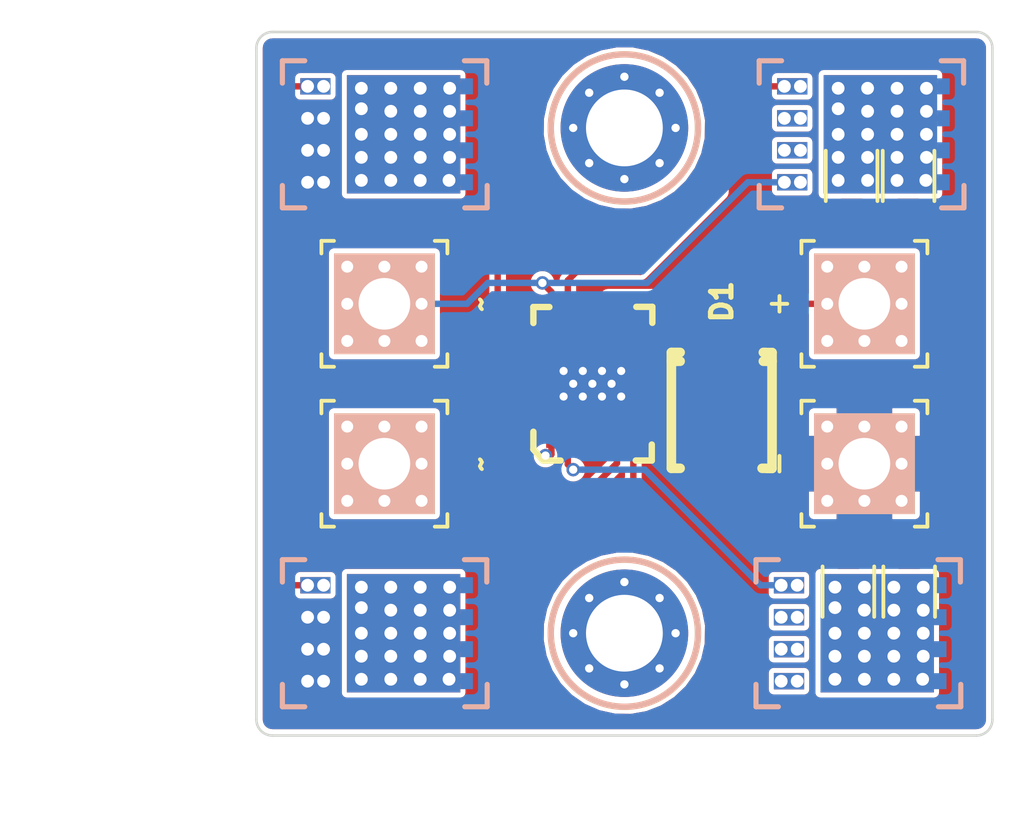
<source format=kicad_pcb>
(kicad_pcb (version 20171130) (host pcbnew "(2018-01-03 revision bf44d394c)-HEAD")
  (layers (0 F.Cu signal) (1 In1.Cu signal) (2 In2.Cu signal) (31 B.Cu signal) (34 B.Paste user) (35 F.Paste user) (36 B.SilkS user) (37 F.SilkS user) (38 B.Mask user) (39 F.Mask user) (44 Edge.Cuts user))
  (net 0 "")
  (net 1 /th_plus)
  (net 2 GND)
  (net 3 /th_ac2)
  (net 4 /th_ac1)
  (net 5 "Net-(U1-Pad3)")
  (net 6 "Net-(U1-Pad4)")
  (net 7 "Net-(U1-Pad8)")
  (net 8 "Net-(U1-Pad10)")
  (net 9 /ctr3)
  (net 10 /ctr1)
  (net 11 /ctr4)
  (net 12 /ctr2)
  (module kbersch:PG-TDSON-8_P (layer B.Cu) (at 93.472 59.944 180)
    (fp_text reference T1 hide)
    (fp_text value BSC028 hide)
    (fp_line (start -3.317346 -2.921) (end -2.428346 -2.921) (layer B.SilkS) (width 0.2032))
    (fp_line (start -3.317346 -2.032) (end -3.317346 -2.921) (layer B.SilkS) (width 0.2032))
    (fp_line (start 4.810654 2.921) (end 3.921654 2.921) (layer B.SilkS) (width 0.2032))
    (fp_line (start 4.810654 2.032) (end 4.810654 2.921) (layer B.SilkS) (width 0.2032))
    (fp_line (start 4.810654 -2.921) (end 4.810654 -2.032) (layer B.SilkS) (width 0.2032))
    (fp_line (start 3.921654 -2.921) (end 4.810654 -2.921) (layer B.SilkS) (width 0.2032))
    (fp_line (start -3.302 2.032) (end -3.302 2.921) (layer B.SilkS) (width 0.2032))
    (fp_line (start -3.302 2.921) (end -2.413 2.921) (layer B.SilkS) (width 0.2032))
    (pad 3 thru_hole circle (at 0.508 -1.8288 180) (size 0.6096 0.6096) (drill 0.508) (layers *.Cu) (net 4 /th_ac1))
    (pad 3 thru_hole circle (at 1.6764 -1.8288 180) (size 0.6096 0.6096) (drill 0.508) (layers *.Cu) (net 4 /th_ac1))
    (pad 3 thru_hole circle (at 1.6764 -0.9144 180) (size 0.6096 0.6096) (drill 0.508) (layers *.Cu) (net 4 /th_ac1))
    (pad 3 thru_hole circle (at 0.508 -0.9144 180) (size 0.6096 0.6096) (drill 0.508) (layers *.Cu) (net 4 /th_ac1))
    (pad 3 thru_hole circle (at -0.6604 -0.9144 180) (size 0.6096 0.6096) (drill 0.508) (layers *.Cu) (net 4 /th_ac1))
    (pad 3 thru_hole circle (at -1.8288 -0.9144 180) (size 0.6096 0.6096) (drill 0.508) (layers *.Cu) (net 4 /th_ac1))
    (pad 3 thru_hole circle (at -1.8288 0 180) (size 0.6096 0.6096) (drill 0.508) (layers *.Cu) (net 4 /th_ac1))
    (pad 3 thru_hole circle (at -0.6604 0 180) (size 0.6096 0.6096) (drill 0.508) (layers *.Cu) (net 4 /th_ac1))
    (pad 3 thru_hole circle (at 1.6764 0 180) (size 0.6096 0.6096) (drill 0.508) (layers *.Cu) (net 4 /th_ac1))
    (pad 3 thru_hole circle (at 0.508 0 180) (size 0.6096 0.6096) (drill 0.508) (layers *.Cu) (net 4 /th_ac1))
    (pad 3 thru_hole circle (at 0.508 0.9144 180) (size 0.6096 0.6096) (drill 0.508) (layers *.Cu) (net 4 /th_ac1))
    (pad 3 thru_hole circle (at -0.6604 0.9144 180) (size 0.6096 0.6096) (drill 0.508) (layers *.Cu) (net 4 /th_ac1))
    (pad 3 thru_hole circle (at -1.8034 -1.8288 180) (size 0.6096 0.6096) (drill 0.508) (layers *.Cu) (net 4 /th_ac1))
    (pad 3 thru_hole circle (at 0.508 1.8288 180) (size 0.6096 0.6096) (drill 0.508) (layers *.Cu) (net 4 /th_ac1))
    (pad 3 thru_hole circle (at 1.6764 1.8288 180) (size 0.6096 0.6096) (drill 0.508) (layers *.Cu) (net 4 /th_ac1))
    (pad 3 thru_hole circle (at 1.6764 1.016 180) (size 0.6096 0.6096) (drill 0.508) (layers *.Cu) (net 4 /th_ac1))
    (pad 3 thru_hole circle (at -0.6604 1.8288 180) (size 0.6096 0.6096) (drill 0.508) (layers *.Cu) (net 4 /th_ac1))
    (pad 3 thru_hole circle (at -1.8288 1.8288 180) (size 0.6096 0.6096) (drill 0.508) (layers *.Cu) (net 4 /th_ac1))
    (pad 3 thru_hole circle (at -1.8288 0.91186 180) (size 0.6096 0.6096) (drill 0.508) (layers *.Cu) (net 4 /th_ac1))
    (pad 3 thru_hole circle (at -0.6604 -1.83134 180) (size 0.6096 0.6096) (drill 0.508) (layers *.Cu) (net 4 /th_ac1))
    (pad 2 thru_hole circle (at 3.81 -1.905 180) (size 0.508 0.508) (drill 0.508) (layers *.Cu) (net 2 GND))
    (pad 2 thru_hole circle (at 3.175 -1.905 180) (size 0.508 0.508) (drill 0.508) (layers *.Cu) (net 2 GND))
    (pad 2 thru_hole circle (at 3.175 -0.635 180) (size 0.508 0.508) (drill 0.508) (layers *.Cu) (net 2 GND))
    (pad 2 thru_hole circle (at 3.81 -0.635 180) (size 0.508 0.508) (drill 0.508) (layers *.Cu) (net 2 GND))
    (pad 2 thru_hole circle (at 3.81 0.635 180) (size 0.508 0.508) (drill 0.508) (layers *.Cu) (net 2 GND))
    (pad 2 thru_hole circle (at 3.175 0.635 180) (size 0.508 0.508) (drill 0.508) (layers *.Cu) (net 2 GND))
    (pad 1 thru_hole circle (at 3.81 1.905 180) (size 0.508 0.508) (drill 0.508) (layers *.Cu) (net 9 /ctr3))
    (pad 1 thru_hole circle (at 3.175 1.905 180) (size 0.508 0.508) (drill 0.508) (layers *.Cu) (net 9 /ctr3))
    (pad 3 smd rect (at 0 0 90) (size 4.7 4.5) (layers F.Cu F.Mask) (net 4 /th_ac1))
    (pad 3 smd rect (at -2.5 -1.905) (size 0.5 0.635) (layers B.Cu B.Paste B.Mask) (net 4 /th_ac1))
    (pad 3 smd rect (at -2.5 -0.635) (size 0.5 0.635) (layers B.Cu B.Paste B.Mask) (net 4 /th_ac1))
    (pad 3 smd rect (at -2.5 0.635) (size 0.5 0.635) (layers B.Cu B.Paste B.Mask) (net 4 /th_ac1))
    (pad 3 smd rect (at -2.5 1.905) (size 0.5 0.635) (layers B.Cu B.Paste B.Mask) (net 4 /th_ac1))
    (pad 3 smd rect (at 0 0 90) (size 4.7 4.5) (layers B.Cu B.Paste B.Mask) (net 4 /th_ac1))
    (pad 1 smd rect (at 3.5 1.905 180) (size 1.2 0.65) (layers B.Cu B.Paste B.Mask) (net 9 /ctr3))
    (pad 2 smd rect (at 3.5 0.635 180) (size 1.2 0.65) (layers B.Cu B.Paste B.Mask) (net 2 GND))
    (pad 2 smd rect (at 3.5 -0.635 180) (size 1.2 0.65) (layers B.Cu B.Paste B.Mask) (net 2 GND))
    (pad 2 smd rect (at 3.5 -1.905 180) (size 1.2 0.65) (layers B.Cu B.Paste B.Mask) (net 2 GND))
    (pad 1 smd rect (at 3.5 1.905 180) (size 1.2 0.65) (layers F.Cu F.Mask) (net 9 /ctr3))
    (pad 2 smd rect (at 3.5 0.635 180) (size 1.2 0.65) (layers F.Cu F.Mask) (net 2 GND))
    (pad 2 smd rect (at 3.5 -0.635 180) (size 1.2 0.65) (layers F.Cu F.Mask) (net 2 GND))
    (pad 2 smd rect (at 3.5 -1.905 180) (size 1.2 0.65) (layers F.Cu F.Mask) (net 2 GND))
  )
  (module kbersch:PG-TDSON-8_P (layer B.Cu) (at 112.395 59.944 180)
    (fp_text reference T2 hide)
    (fp_text value BSC028 hide)
    (fp_line (start -3.317346 -2.921) (end -2.428346 -2.921) (layer B.SilkS) (width 0.2032))
    (fp_line (start -3.317346 -2.032) (end -3.317346 -2.921) (layer B.SilkS) (width 0.2032))
    (fp_line (start 4.810654 2.921) (end 3.921654 2.921) (layer B.SilkS) (width 0.2032))
    (fp_line (start 4.810654 2.032) (end 4.810654 2.921) (layer B.SilkS) (width 0.2032))
    (fp_line (start 4.810654 -2.921) (end 4.810654 -2.032) (layer B.SilkS) (width 0.2032))
    (fp_line (start 3.921654 -2.921) (end 4.810654 -2.921) (layer B.SilkS) (width 0.2032))
    (fp_line (start -3.302 2.032) (end -3.302 2.921) (layer B.SilkS) (width 0.2032))
    (fp_line (start -3.302 2.921) (end -2.413 2.921) (layer B.SilkS) (width 0.2032))
    (pad 3 thru_hole circle (at 0.508 -1.8288 180) (size 0.6096 0.6096) (drill 0.508) (layers *.Cu) (net 1 /th_plus))
    (pad 3 thru_hole circle (at 1.6764 -1.8288 180) (size 0.6096 0.6096) (drill 0.508) (layers *.Cu) (net 1 /th_plus))
    (pad 3 thru_hole circle (at 1.6764 -0.9144 180) (size 0.6096 0.6096) (drill 0.508) (layers *.Cu) (net 1 /th_plus))
    (pad 3 thru_hole circle (at 0.508 -0.9144 180) (size 0.6096 0.6096) (drill 0.508) (layers *.Cu) (net 1 /th_plus))
    (pad 3 thru_hole circle (at -0.6604 -0.9144 180) (size 0.6096 0.6096) (drill 0.508) (layers *.Cu) (net 1 /th_plus))
    (pad 3 thru_hole circle (at -1.8288 -0.9144 180) (size 0.6096 0.6096) (drill 0.508) (layers *.Cu) (net 1 /th_plus))
    (pad 3 thru_hole circle (at -1.8288 0 180) (size 0.6096 0.6096) (drill 0.508) (layers *.Cu) (net 1 /th_plus))
    (pad 3 thru_hole circle (at -0.6604 0 180) (size 0.6096 0.6096) (drill 0.508) (layers *.Cu) (net 1 /th_plus))
    (pad 3 thru_hole circle (at 1.6764 0 180) (size 0.6096 0.6096) (drill 0.508) (layers *.Cu) (net 1 /th_plus))
    (pad 3 thru_hole circle (at 0.508 0 180) (size 0.6096 0.6096) (drill 0.508) (layers *.Cu) (net 1 /th_plus))
    (pad 3 thru_hole circle (at 0.508 0.9144 180) (size 0.6096 0.6096) (drill 0.508) (layers *.Cu) (net 1 /th_plus))
    (pad 3 thru_hole circle (at -0.6604 0.9144 180) (size 0.6096 0.6096) (drill 0.508) (layers *.Cu) (net 1 /th_plus))
    (pad 3 thru_hole circle (at -1.8034 -1.8288 180) (size 0.6096 0.6096) (drill 0.508) (layers *.Cu) (net 1 /th_plus))
    (pad 3 thru_hole circle (at 0.508 1.8288 180) (size 0.6096 0.6096) (drill 0.508) (layers *.Cu) (net 1 /th_plus))
    (pad 3 thru_hole circle (at 1.6764 1.8288 180) (size 0.6096 0.6096) (drill 0.508) (layers *.Cu) (net 1 /th_plus))
    (pad 3 thru_hole circle (at 1.6764 1.016 180) (size 0.6096 0.6096) (drill 0.508) (layers *.Cu) (net 1 /th_plus))
    (pad 3 thru_hole circle (at -0.6604 1.8288 180) (size 0.6096 0.6096) (drill 0.508) (layers *.Cu) (net 1 /th_plus))
    (pad 3 thru_hole circle (at -1.8288 1.8288 180) (size 0.6096 0.6096) (drill 0.508) (layers *.Cu) (net 1 /th_plus))
    (pad 3 thru_hole circle (at -1.8288 0.91186 180) (size 0.6096 0.6096) (drill 0.508) (layers *.Cu) (net 1 /th_plus))
    (pad 3 thru_hole circle (at -0.6604 -1.83134 180) (size 0.6096 0.6096) (drill 0.508) (layers *.Cu) (net 1 /th_plus))
    (pad 2 thru_hole circle (at 3.81 -1.905 180) (size 0.508 0.508) (drill 0.508) (layers *.Cu) (net 4 /th_ac1))
    (pad 2 thru_hole circle (at 3.175 -1.905 180) (size 0.508 0.508) (drill 0.508) (layers *.Cu) (net 4 /th_ac1))
    (pad 2 thru_hole circle (at 3.175 -0.635 180) (size 0.508 0.508) (drill 0.508) (layers *.Cu) (net 4 /th_ac1))
    (pad 2 thru_hole circle (at 3.81 -0.635 180) (size 0.508 0.508) (drill 0.508) (layers *.Cu) (net 4 /th_ac1))
    (pad 2 thru_hole circle (at 3.81 0.635 180) (size 0.508 0.508) (drill 0.508) (layers *.Cu) (net 4 /th_ac1))
    (pad 2 thru_hole circle (at 3.175 0.635 180) (size 0.508 0.508) (drill 0.508) (layers *.Cu) (net 4 /th_ac1))
    (pad 1 thru_hole circle (at 3.81 1.905 180) (size 0.508 0.508) (drill 0.508) (layers *.Cu) (net 10 /ctr1))
    (pad 1 thru_hole circle (at 3.175 1.905 180) (size 0.508 0.508) (drill 0.508) (layers *.Cu) (net 10 /ctr1))
    (pad 3 smd rect (at 0 0 90) (size 4.7 4.5) (layers F.Cu F.Mask) (net 1 /th_plus))
    (pad 3 smd rect (at -2.5 -1.905) (size 0.5 0.635) (layers B.Cu B.Paste B.Mask) (net 1 /th_plus))
    (pad 3 smd rect (at -2.5 -0.635) (size 0.5 0.635) (layers B.Cu B.Paste B.Mask) (net 1 /th_plus))
    (pad 3 smd rect (at -2.5 0.635) (size 0.5 0.635) (layers B.Cu B.Paste B.Mask) (net 1 /th_plus))
    (pad 3 smd rect (at -2.5 1.905) (size 0.5 0.635) (layers B.Cu B.Paste B.Mask) (net 1 /th_plus))
    (pad 3 smd rect (at 0 0 90) (size 4.7 4.5) (layers B.Cu B.Paste B.Mask) (net 1 /th_plus))
    (pad 1 smd rect (at 3.5 1.905 180) (size 1.2 0.65) (layers B.Cu B.Paste B.Mask) (net 10 /ctr1))
    (pad 2 smd rect (at 3.5 0.635 180) (size 1.2 0.65) (layers B.Cu B.Paste B.Mask) (net 4 /th_ac1))
    (pad 2 smd rect (at 3.5 -0.635 180) (size 1.2 0.65) (layers B.Cu B.Paste B.Mask) (net 4 /th_ac1))
    (pad 2 smd rect (at 3.5 -1.905 180) (size 1.2 0.65) (layers B.Cu B.Paste B.Mask) (net 4 /th_ac1))
    (pad 1 smd rect (at 3.5 1.905 180) (size 1.2 0.65) (layers F.Cu F.Mask) (net 10 /ctr1))
    (pad 2 smd rect (at 3.5 0.635 180) (size 1.2 0.65) (layers F.Cu F.Mask) (net 4 /th_ac1))
    (pad 2 smd rect (at 3.5 -0.635 180) (size 1.2 0.65) (layers F.Cu F.Mask) (net 4 /th_ac1))
    (pad 2 smd rect (at 3.5 -1.905 180) (size 1.2 0.65) (layers F.Cu F.Mask) (net 4 /th_ac1))
  )
  (module kbersch:PG-TDSON-8_P (layer B.Cu) (at 93.472 79.756 180)
    (fp_text reference T3 hide)
    (fp_text value BSC028 hide)
    (fp_line (start -3.317346 -2.921) (end -2.428346 -2.921) (layer B.SilkS) (width 0.2032))
    (fp_line (start -3.317346 -2.032) (end -3.317346 -2.921) (layer B.SilkS) (width 0.2032))
    (fp_line (start 4.810654 2.921) (end 3.921654 2.921) (layer B.SilkS) (width 0.2032))
    (fp_line (start 4.810654 2.032) (end 4.810654 2.921) (layer B.SilkS) (width 0.2032))
    (fp_line (start 4.810654 -2.921) (end 4.810654 -2.032) (layer B.SilkS) (width 0.2032))
    (fp_line (start 3.921654 -2.921) (end 4.810654 -2.921) (layer B.SilkS) (width 0.2032))
    (fp_line (start -3.302 2.032) (end -3.302 2.921) (layer B.SilkS) (width 0.2032))
    (fp_line (start -3.302 2.921) (end -2.413 2.921) (layer B.SilkS) (width 0.2032))
    (pad 3 thru_hole circle (at 0.508 -1.8288 180) (size 0.6096 0.6096) (drill 0.508) (layers *.Cu) (net 3 /th_ac2))
    (pad 3 thru_hole circle (at 1.6764 -1.8288 180) (size 0.6096 0.6096) (drill 0.508) (layers *.Cu) (net 3 /th_ac2))
    (pad 3 thru_hole circle (at 1.6764 -0.9144 180) (size 0.6096 0.6096) (drill 0.508) (layers *.Cu) (net 3 /th_ac2))
    (pad 3 thru_hole circle (at 0.508 -0.9144 180) (size 0.6096 0.6096) (drill 0.508) (layers *.Cu) (net 3 /th_ac2))
    (pad 3 thru_hole circle (at -0.6604 -0.9144 180) (size 0.6096 0.6096) (drill 0.508) (layers *.Cu) (net 3 /th_ac2))
    (pad 3 thru_hole circle (at -1.8288 -0.9144 180) (size 0.6096 0.6096) (drill 0.508) (layers *.Cu) (net 3 /th_ac2))
    (pad 3 thru_hole circle (at -1.8288 0 180) (size 0.6096 0.6096) (drill 0.508) (layers *.Cu) (net 3 /th_ac2))
    (pad 3 thru_hole circle (at -0.6604 0 180) (size 0.6096 0.6096) (drill 0.508) (layers *.Cu) (net 3 /th_ac2))
    (pad 3 thru_hole circle (at 1.6764 0 180) (size 0.6096 0.6096) (drill 0.508) (layers *.Cu) (net 3 /th_ac2))
    (pad 3 thru_hole circle (at 0.508 0 180) (size 0.6096 0.6096) (drill 0.508) (layers *.Cu) (net 3 /th_ac2))
    (pad 3 thru_hole circle (at 0.508 0.9144 180) (size 0.6096 0.6096) (drill 0.508) (layers *.Cu) (net 3 /th_ac2))
    (pad 3 thru_hole circle (at -0.6604 0.9144 180) (size 0.6096 0.6096) (drill 0.508) (layers *.Cu) (net 3 /th_ac2))
    (pad 3 thru_hole circle (at -1.8034 -1.8288 180) (size 0.6096 0.6096) (drill 0.508) (layers *.Cu) (net 3 /th_ac2))
    (pad 3 thru_hole circle (at 0.508 1.8288 180) (size 0.6096 0.6096) (drill 0.508) (layers *.Cu) (net 3 /th_ac2))
    (pad 3 thru_hole circle (at 1.6764 1.8288 180) (size 0.6096 0.6096) (drill 0.508) (layers *.Cu) (net 3 /th_ac2))
    (pad 3 thru_hole circle (at 1.6764 1.016 180) (size 0.6096 0.6096) (drill 0.508) (layers *.Cu) (net 3 /th_ac2))
    (pad 3 thru_hole circle (at -0.6604 1.8288 180) (size 0.6096 0.6096) (drill 0.508) (layers *.Cu) (net 3 /th_ac2))
    (pad 3 thru_hole circle (at -1.8288 1.8288 180) (size 0.6096 0.6096) (drill 0.508) (layers *.Cu) (net 3 /th_ac2))
    (pad 3 thru_hole circle (at -1.8288 0.91186 180) (size 0.6096 0.6096) (drill 0.508) (layers *.Cu) (net 3 /th_ac2))
    (pad 3 thru_hole circle (at -0.6604 -1.83134 180) (size 0.6096 0.6096) (drill 0.508) (layers *.Cu) (net 3 /th_ac2))
    (pad 2 thru_hole circle (at 3.81 -1.905 180) (size 0.508 0.508) (drill 0.508) (layers *.Cu) (net 2 GND))
    (pad 2 thru_hole circle (at 3.175 -1.905 180) (size 0.508 0.508) (drill 0.508) (layers *.Cu) (net 2 GND))
    (pad 2 thru_hole circle (at 3.175 -0.635 180) (size 0.508 0.508) (drill 0.508) (layers *.Cu) (net 2 GND))
    (pad 2 thru_hole circle (at 3.81 -0.635 180) (size 0.508 0.508) (drill 0.508) (layers *.Cu) (net 2 GND))
    (pad 2 thru_hole circle (at 3.81 0.635 180) (size 0.508 0.508) (drill 0.508) (layers *.Cu) (net 2 GND))
    (pad 2 thru_hole circle (at 3.175 0.635 180) (size 0.508 0.508) (drill 0.508) (layers *.Cu) (net 2 GND))
    (pad 1 thru_hole circle (at 3.81 1.905 180) (size 0.508 0.508) (drill 0.508) (layers *.Cu) (net 11 /ctr4))
    (pad 1 thru_hole circle (at 3.175 1.905 180) (size 0.508 0.508) (drill 0.508) (layers *.Cu) (net 11 /ctr4))
    (pad 3 smd rect (at 0 0 90) (size 4.7 4.5) (layers F.Cu F.Mask) (net 3 /th_ac2))
    (pad 3 smd rect (at -2.5 -1.905) (size 0.5 0.635) (layers B.Cu B.Paste B.Mask) (net 3 /th_ac2))
    (pad 3 smd rect (at -2.5 -0.635) (size 0.5 0.635) (layers B.Cu B.Paste B.Mask) (net 3 /th_ac2))
    (pad 3 smd rect (at -2.5 0.635) (size 0.5 0.635) (layers B.Cu B.Paste B.Mask) (net 3 /th_ac2))
    (pad 3 smd rect (at -2.5 1.905) (size 0.5 0.635) (layers B.Cu B.Paste B.Mask) (net 3 /th_ac2))
    (pad 3 smd rect (at 0 0 90) (size 4.7 4.5) (layers B.Cu B.Paste B.Mask) (net 3 /th_ac2))
    (pad 1 smd rect (at 3.5 1.905 180) (size 1.2 0.65) (layers B.Cu B.Paste B.Mask) (net 11 /ctr4))
    (pad 2 smd rect (at 3.5 0.635 180) (size 1.2 0.65) (layers B.Cu B.Paste B.Mask) (net 2 GND))
    (pad 2 smd rect (at 3.5 -0.635 180) (size 1.2 0.65) (layers B.Cu B.Paste B.Mask) (net 2 GND))
    (pad 2 smd rect (at 3.5 -1.905 180) (size 1.2 0.65) (layers B.Cu B.Paste B.Mask) (net 2 GND))
    (pad 1 smd rect (at 3.5 1.905 180) (size 1.2 0.65) (layers F.Cu F.Mask) (net 11 /ctr4))
    (pad 2 smd rect (at 3.5 0.635 180) (size 1.2 0.65) (layers F.Cu F.Mask) (net 2 GND))
    (pad 2 smd rect (at 3.5 -0.635 180) (size 1.2 0.65) (layers F.Cu F.Mask) (net 2 GND))
    (pad 2 smd rect (at 3.5 -1.905 180) (size 1.2 0.65) (layers F.Cu F.Mask) (net 2 GND))
  )
  (module kbersch:PG-TDSON-8_P (layer B.Cu) (at 112.268 79.756 180)
    (fp_text reference T4 hide)
    (fp_text value BSC028 hide)
    (fp_line (start -3.317346 -2.921) (end -2.428346 -2.921) (layer B.SilkS) (width 0.2032))
    (fp_line (start -3.317346 -2.032) (end -3.317346 -2.921) (layer B.SilkS) (width 0.2032))
    (fp_line (start 4.810654 2.921) (end 3.921654 2.921) (layer B.SilkS) (width 0.2032))
    (fp_line (start 4.810654 2.032) (end 4.810654 2.921) (layer B.SilkS) (width 0.2032))
    (fp_line (start 4.810654 -2.921) (end 4.810654 -2.032) (layer B.SilkS) (width 0.2032))
    (fp_line (start 3.921654 -2.921) (end 4.810654 -2.921) (layer B.SilkS) (width 0.2032))
    (fp_line (start -3.302 2.032) (end -3.302 2.921) (layer B.SilkS) (width 0.2032))
    (fp_line (start -3.302 2.921) (end -2.413 2.921) (layer B.SilkS) (width 0.2032))
    (pad 3 thru_hole circle (at 0.508 -1.8288 180) (size 0.6096 0.6096) (drill 0.508) (layers *.Cu) (net 1 /th_plus))
    (pad 3 thru_hole circle (at 1.6764 -1.8288 180) (size 0.6096 0.6096) (drill 0.508) (layers *.Cu) (net 1 /th_plus))
    (pad 3 thru_hole circle (at 1.6764 -0.9144 180) (size 0.6096 0.6096) (drill 0.508) (layers *.Cu) (net 1 /th_plus))
    (pad 3 thru_hole circle (at 0.508 -0.9144 180) (size 0.6096 0.6096) (drill 0.508) (layers *.Cu) (net 1 /th_plus))
    (pad 3 thru_hole circle (at -0.6604 -0.9144 180) (size 0.6096 0.6096) (drill 0.508) (layers *.Cu) (net 1 /th_plus))
    (pad 3 thru_hole circle (at -1.8288 -0.9144 180) (size 0.6096 0.6096) (drill 0.508) (layers *.Cu) (net 1 /th_plus))
    (pad 3 thru_hole circle (at -1.8288 0 180) (size 0.6096 0.6096) (drill 0.508) (layers *.Cu) (net 1 /th_plus))
    (pad 3 thru_hole circle (at -0.6604 0 180) (size 0.6096 0.6096) (drill 0.508) (layers *.Cu) (net 1 /th_plus))
    (pad 3 thru_hole circle (at 1.6764 0 180) (size 0.6096 0.6096) (drill 0.508) (layers *.Cu) (net 1 /th_plus))
    (pad 3 thru_hole circle (at 0.508 0 180) (size 0.6096 0.6096) (drill 0.508) (layers *.Cu) (net 1 /th_plus))
    (pad 3 thru_hole circle (at 0.508 0.9144 180) (size 0.6096 0.6096) (drill 0.508) (layers *.Cu) (net 1 /th_plus))
    (pad 3 thru_hole circle (at -0.6604 0.9144 180) (size 0.6096 0.6096) (drill 0.508) (layers *.Cu) (net 1 /th_plus))
    (pad 3 thru_hole circle (at -1.8034 -1.8288 180) (size 0.6096 0.6096) (drill 0.508) (layers *.Cu) (net 1 /th_plus))
    (pad 3 thru_hole circle (at 0.508 1.8288 180) (size 0.6096 0.6096) (drill 0.508) (layers *.Cu) (net 1 /th_plus))
    (pad 3 thru_hole circle (at 1.6764 1.8288 180) (size 0.6096 0.6096) (drill 0.508) (layers *.Cu) (net 1 /th_plus))
    (pad 3 thru_hole circle (at 1.6764 1.016 180) (size 0.6096 0.6096) (drill 0.508) (layers *.Cu) (net 1 /th_plus))
    (pad 3 thru_hole circle (at -0.6604 1.8288 180) (size 0.6096 0.6096) (drill 0.508) (layers *.Cu) (net 1 /th_plus))
    (pad 3 thru_hole circle (at -1.8288 1.8288 180) (size 0.6096 0.6096) (drill 0.508) (layers *.Cu) (net 1 /th_plus))
    (pad 3 thru_hole circle (at -1.8288 0.91186 180) (size 0.6096 0.6096) (drill 0.508) (layers *.Cu) (net 1 /th_plus))
    (pad 3 thru_hole circle (at -0.6604 -1.83134 180) (size 0.6096 0.6096) (drill 0.508) (layers *.Cu) (net 1 /th_plus))
    (pad 2 thru_hole circle (at 3.81 -1.905 180) (size 0.508 0.508) (drill 0.508) (layers *.Cu) (net 3 /th_ac2))
    (pad 2 thru_hole circle (at 3.175 -1.905 180) (size 0.508 0.508) (drill 0.508) (layers *.Cu) (net 3 /th_ac2))
    (pad 2 thru_hole circle (at 3.175 -0.635 180) (size 0.508 0.508) (drill 0.508) (layers *.Cu) (net 3 /th_ac2))
    (pad 2 thru_hole circle (at 3.81 -0.635 180) (size 0.508 0.508) (drill 0.508) (layers *.Cu) (net 3 /th_ac2))
    (pad 2 thru_hole circle (at 3.81 0.635 180) (size 0.508 0.508) (drill 0.508) (layers *.Cu) (net 3 /th_ac2))
    (pad 2 thru_hole circle (at 3.175 0.635 180) (size 0.508 0.508) (drill 0.508) (layers *.Cu) (net 3 /th_ac2))
    (pad 1 thru_hole circle (at 3.81 1.905 180) (size 0.508 0.508) (drill 0.508) (layers *.Cu) (net 12 /ctr2))
    (pad 1 thru_hole circle (at 3.175 1.905 180) (size 0.508 0.508) (drill 0.508) (layers *.Cu) (net 12 /ctr2))
    (pad 3 smd rect (at 0 0 90) (size 4.7 4.5) (layers F.Cu F.Mask) (net 1 /th_plus))
    (pad 3 smd rect (at -2.5 -1.905) (size 0.5 0.635) (layers B.Cu B.Paste B.Mask) (net 1 /th_plus))
    (pad 3 smd rect (at -2.5 -0.635) (size 0.5 0.635) (layers B.Cu B.Paste B.Mask) (net 1 /th_plus))
    (pad 3 smd rect (at -2.5 0.635) (size 0.5 0.635) (layers B.Cu B.Paste B.Mask) (net 1 /th_plus))
    (pad 3 smd rect (at -2.5 1.905) (size 0.5 0.635) (layers B.Cu B.Paste B.Mask) (net 1 /th_plus))
    (pad 3 smd rect (at 0 0 90) (size 4.7 4.5) (layers B.Cu B.Paste B.Mask) (net 1 /th_plus))
    (pad 1 smd rect (at 3.5 1.905 180) (size 1.2 0.65) (layers B.Cu B.Paste B.Mask) (net 12 /ctr2))
    (pad 2 smd rect (at 3.5 0.635 180) (size 1.2 0.65) (layers B.Cu B.Paste B.Mask) (net 3 /th_ac2))
    (pad 2 smd rect (at 3.5 -0.635 180) (size 1.2 0.65) (layers B.Cu B.Paste B.Mask) (net 3 /th_ac2))
    (pad 2 smd rect (at 3.5 -1.905 180) (size 1.2 0.65) (layers B.Cu B.Paste B.Mask) (net 3 /th_ac2))
    (pad 1 smd rect (at 3.5 1.905 180) (size 1.2 0.65) (layers F.Cu F.Mask) (net 12 /ctr2))
    (pad 2 smd rect (at 3.5 0.635 180) (size 1.2 0.65) (layers F.Cu F.Mask) (net 3 /th_ac2))
    (pad 2 smd rect (at 3.5 -0.635 180) (size 1.2 0.65) (layers F.Cu F.Mask) (net 3 /th_ac2))
    (pad 2 smd rect (at 3.5 -1.905 180) (size 1.2 0.65) (layers F.Cu F.Mask) (net 3 /th_ac2))
  )
  (module kbersch:1pin-my (layer F.Cu) (at 102.235 79.756)
    (fp_text reference P14 hide)
    (fp_text value CONN_01X01 hide)
    (fp_circle (center 0 0) (end -0.127 -2.921) (layer F.SilkS) (width 0.254))
    (fp_circle (center 0 0) (end 0 -2.921) (layer B.SilkS) (width 0.254))
    (pad 1 thru_hole circle (at 1.397 1.397) (size 0.99822 0.99822) (drill 0.3302) (layers *.Cu))
    (pad 1 thru_hole circle (at -1.397 1.397) (size 0.99822 0.99822) (drill 0.3302) (layers *.Cu))
    (pad 1 thru_hole circle (at -1.397 -1.397) (size 0.99822 0.99822) (drill 0.3302) (layers *.Cu))
    (pad 1 thru_hole circle (at 1.397 -1.397) (size 0.99822 0.99822) (drill 0.3302) (layers *.Cu))
    (pad 1 thru_hole circle (at 0 2.032) (size 0.499872 0.499872) (drill 0.3302) (layers *.Cu))
    (pad 1 thru_hole circle (at -2.032 0) (size 0.499872 0.499872) (drill 0.3302) (layers *.Cu))
    (pad 1 thru_hole circle (at 0 -2.032) (size 0.499872 0.499872) (drill 0.3302) (layers *.Cu))
    (pad 1 thru_hole circle (at 2.032 0) (size 0.499872 0.499872) (drill 0.3302) (layers *.Cu))
    (pad 1 thru_hole circle (at 0 0) (size 5.064 5.064) (drill 3.048) (layers *.Cu *.Mask))
  )
  (module kbersch:1pin-my (layer F.Cu) (at 102.235 59.69)
    (fp_text reference P11 hide)
    (fp_text value CONN_01X01 hide)
    (fp_circle (center 0 0) (end -0.127 -2.921) (layer F.SilkS) (width 0.254))
    (fp_circle (center 0 0) (end 0 -2.921) (layer B.SilkS) (width 0.254))
    (pad 1 thru_hole circle (at 1.397 1.397) (size 0.99822 0.99822) (drill 0.3302) (layers *.Cu))
    (pad 1 thru_hole circle (at -1.397 1.397) (size 0.99822 0.99822) (drill 0.3302) (layers *.Cu))
    (pad 1 thru_hole circle (at -1.397 -1.397) (size 0.99822 0.99822) (drill 0.3302) (layers *.Cu))
    (pad 1 thru_hole circle (at 1.397 -1.397) (size 0.99822 0.99822) (drill 0.3302) (layers *.Cu))
    (pad 1 thru_hole circle (at 0 2.032) (size 0.499872 0.499872) (drill 0.3302) (layers *.Cu))
    (pad 1 thru_hole circle (at -2.032 0) (size 0.499872 0.499872) (drill 0.3302) (layers *.Cu))
    (pad 1 thru_hole circle (at 0 -2.032) (size 0.499872 0.499872) (drill 0.3302) (layers *.Cu))
    (pad 1 thru_hole circle (at 2.032 0) (size 0.499872 0.499872) (drill 0.3302) (layers *.Cu))
    (pad 1 thru_hole circle (at 0 0) (size 5.064 5.064) (drill 3.048) (layers *.Cu *.Mask))
  )
  (module kbersch:C1206 (layer F.Cu) (at 113.538 78.105 90)
    (fp_text reference C1 hide)
    (fp_text value 2.2µ hide)
    (fp_line (start 1 -1.025) (end -1 -1.025) (layer F.SilkS) (width 0.15))
    (fp_line (start -1 1.025) (end 1 1.025) (layer F.SilkS) (width 0.15))
    (pad 2 smd rect (at 1.5 0 90) (size 1 1.6) (layers F.Cu F.Paste F.Mask) (net 2 GND))
    (pad 1 smd rect (at -1.5 0 90) (size 1 1.6) (layers F.Cu F.Paste F.Mask) (net 1 /th_plus))
  )
  (module kbersch:C1206 (layer F.Cu) (at 111.252 61.595 270)
    (fp_text reference C3 hide)
    (fp_text value 2.2µ hide)
    (fp_line (start 1 -1.025) (end -1 -1.025) (layer F.SilkS) (width 0.15))
    (fp_line (start -1 1.025) (end 1 1.025) (layer F.SilkS) (width 0.15))
    (pad 2 smd rect (at 1.5 0 270) (size 1 1.6) (layers F.Cu F.Paste F.Mask) (net 2 GND))
    (pad 1 smd rect (at -1.5 0 270) (size 1 1.6) (layers F.Cu F.Paste F.Mask) (net 1 /th_plus))
  )
  (module kbersch:C1206 (layer F.Cu) (at 111.125 78.105 90)
    (fp_text reference C2 hide)
    (fp_text value 2.2µ hide)
    (fp_line (start 1 -1.025) (end -1 -1.025) (layer F.SilkS) (width 0.15))
    (fp_line (start -1 1.025) (end 1 1.025) (layer F.SilkS) (width 0.15))
    (pad 2 smd rect (at 1.5 0 90) (size 1 1.6) (layers F.Cu F.Paste F.Mask) (net 2 GND))
    (pad 1 smd rect (at -1.5 0 90) (size 1 1.6) (layers F.Cu F.Paste F.Mask) (net 1 /th_plus))
  )
  (module kbersch:MSE-12 (layer F.Cu) (at 100.965 69.85)
    (fp_text reference U1 hide)
    (fp_text value LT4320 hide)
    (fp_line (start -2.342 -3.048) (end -2.342 -2.413) (layer F.SilkS) (width 0.254))
    (fp_line (start -1.707 -3.048) (end -2.342 -3.048) (layer F.SilkS) (width 0.254))
    (fp_line (start -2.342 1.905) (end -2.342 2.6035) (layer F.SilkS) (width 0.254))
    (fp_line (start -1.961 3.048) (end -1.2625 3.048) (layer F.SilkS) (width 0.254))
    (fp_line (start 2.357 3.048) (end 2.357 2.413) (layer F.SilkS) (width 0.254))
    (fp_line (start 1.722 3.048) (end 2.357 3.048) (layer F.SilkS) (width 0.254))
    (fp_line (start 2.378864 -2.41937) (end 2.378864 -3.05437) (layer F.SilkS) (width 0.254))
    (fp_line (start 2.378864 -3.05437) (end 1.743864 -3.05437) (layer F.SilkS) (width 0.254))
    (fp_line (start -2.342 2.6035) (end -1.961 3.048) (layer F.SilkS) (width 0.254))
    (pad 7 smd rect (at 0 0 90) (size 1.651 2.845) (layers B.Cu B.Mask) (net 2 GND))
    (pad 7 thru_hole circle (at 1.143 -0.508) (size 0.3302 0.3302) (drill 0.32258) (layers *.Cu) (net 2 GND))
    (pad 7 thru_hole circle (at 1.143 0.508) (size 0.3302 0.3302) (drill 0.32258) (layers *.Cu) (net 2 GND))
    (pad 7 thru_hole circle (at 0.381 -0.508) (size 0.3302 0.3302) (drill 0.32258) (layers *.Cu) (net 2 GND))
    (pad 7 thru_hole circle (at 0.381 0.508) (size 0.3302 0.3302) (drill 0.32258) (layers *.Cu) (net 2 GND))
    (pad 7 thru_hole circle (at 0.762 0) (size 0.3302 0.3302) (drill 0.32258) (layers *.Cu) (net 2 GND))
    (pad 7 thru_hole circle (at -0.381 -0.508) (size 0.3302 0.3302) (drill 0.32258) (layers *.Cu) (net 2 GND))
    (pad 7 thru_hole circle (at -0.381 0.508) (size 0.3302 0.3302) (drill 0.32258) (layers *.Cu) (net 2 GND))
    (pad 7 thru_hole circle (at 0 0) (size 0.3302 0.3302) (drill 0.32258) (layers *.Cu) (net 2 GND))
    (pad 7 thru_hole circle (at -0.762 0) (size 0.3302 0.3302) (drill 0.32258) (layers *.Cu) (net 2 GND))
    (pad 7 thru_hole circle (at -1.143 0.508) (size 0.3302 0.3302) (drill 0.32258) (layers *.Cu) (net 2 GND))
    (pad 7 thru_hole circle (at -1.143 -0.508) (size 0.3302 0.3302) (drill 0.32258) (layers *.Cu) (net 2 GND))
    (pad 12 smd rect (at -1.625 -2.1055 90) (size 0.889 0.42) (layers F.Cu F.Paste F.Mask) (net 4 /th_ac1))
    (pad 11 smd rect (at -0.975 -2.1055 90) (size 0.889 0.42) (layers F.Cu F.Paste F.Mask) (net 10 /ctr1))
    (pad 10 smd rect (at -0.325 -2.1055 90) (size 0.889 0.42) (layers F.Cu F.Paste F.Mask) (net 8 "Net-(U1-Pad10)"))
    (pad 9 smd rect (at 0.325 -2.1055 90) (size 0.889 0.42) (layers F.Cu F.Paste F.Mask) (net 1 /th_plus))
    (pad 8 smd rect (at 0.975 -2.1055 90) (size 0.889 0.42) (layers F.Cu F.Paste F.Mask) (net 7 "Net-(U1-Pad8)"))
    (pad 7 smd rect (at 1.625 -2.1055 90) (size 0.889 0.42) (layers F.Cu F.Paste F.Mask) (net 2 GND))
    (pad 6 smd rect (at 1.625 2.1055 90) (size 0.889 0.42) (layers F.Cu F.Paste F.Mask) (net 11 /ctr4))
    (pad 5 smd rect (at 0.975 2.1055 90) (size 0.889 0.42) (layers F.Cu F.Paste F.Mask) (net 9 /ctr3))
    (pad 4 smd rect (at 0.325 2.1055 90) (size 0.889 0.42) (layers F.Cu F.Paste F.Mask) (net 6 "Net-(U1-Pad4)"))
    (pad 3 smd rect (at -0.325 2.1055 90) (size 0.889 0.42) (layers F.Cu F.Paste F.Mask) (net 5 "Net-(U1-Pad3)"))
    (pad 2 smd rect (at -0.975 2.1055 90) (size 0.889 0.42) (layers F.Cu F.Paste F.Mask) (net 12 /ctr2))
    (pad 1 smd rect (at -1.625 2.1055 90) (size 0.889 0.42) (layers F.Cu F.Paste F.Mask) (net 3 /th_ac2))
    (pad 7 smd rect (at 0 0 90) (size 1.651 2.845) (layers F.Cu F.Paste F.Mask) (net 2 GND))
  )
  (module kbersch:C1206 (layer F.Cu) (at 113.5126 61.5964 270)
    (fp_text reference C4 hide)
    (fp_text value 2.2µ hide)
    (fp_line (start 1 -1.025) (end -1 -1.025) (layer F.SilkS) (width 0.15))
    (fp_line (start -1 1.025) (end 1 1.025) (layer F.SilkS) (width 0.15))
    (pad 2 smd rect (at 1.5 0 270) (size 1 1.6) (layers F.Cu F.Paste F.Mask) (net 2 GND))
    (pad 1 smd rect (at -1.5 0 270) (size 1 1.6) (layers F.Cu F.Paste F.Mask) (net 1 /th_plus))
  )
  (module kbersch:FASTON-6.3mm-45deg_P (layer F.Cu) (at 92.71 66.675 90)
    (fp_text reference JP1 hide)
    (fp_text value ~~ (at 0 3.81 90) (layer F.SilkS) (effects (font (size 0.8128 0.8128) (thickness 0.1524))))
    (fp_line (start -2.5 -2.5) (end -2 -2.5) (layer F.SilkS) (width 0.15))
    (fp_line (start -2.5 -2) (end -2.5 -2.5) (layer F.SilkS) (width 0.15))
    (fp_line (start 2.5 2) (end 2.5 2.5) (layer F.SilkS) (width 0.15))
    (fp_line (start 2.5 2.5) (end 2 2.5) (layer F.SilkS) (width 0.15))
    (fp_line (start 2 -2.5) (end 2.5 -2.5) (layer F.SilkS) (width 0.15))
    (fp_line (start 2.5 -2.5) (end 2.5 -2) (layer F.SilkS) (width 0.15))
    (fp_line (start -2 2.5) (end -2.5 2.5) (layer F.SilkS) (width 0.15))
    (fp_line (start -2.5 2) (end -2.5 2.5) (layer F.SilkS) (width 0.15))
    (pad 1 thru_hole circle (at -1.475 0 90) (size 0.567 0.567) (drill 0.475) (layers *.Cu) (net 4 /th_ac1))
    (pad 1 thru_hole circle (at -1.475 1.475 90) (size 0.567 0.567) (drill 0.475) (layers *.Cu) (net 4 /th_ac1))
    (pad 1 thru_hole circle (at 0 1.475 90) (size 0.567 0.567) (drill 0.475) (layers *.Cu) (net 4 /th_ac1))
    (pad 1 thru_hole circle (at 1.475 1.475 90) (size 0.567 0.567) (drill 0.475) (layers *.Cu) (net 4 /th_ac1))
    (pad 1 thru_hole circle (at 1.475 -1.475 90) (size 0.567 0.567) (drill 0.475) (layers *.Cu) (net 4 /th_ac1))
    (pad 1 thru_hole circle (at 1.475 0 90) (size 0.567 0.567) (drill 0.475) (layers *.Cu) (net 4 /th_ac1))
    (pad 1 thru_hole circle (at 0 -1.475 90) (size 0.567 0.567) (drill 0.475) (layers *.Cu) (net 4 /th_ac1))
    (pad 1 thru_hole circle (at -1.475 -1.475 90) (size 0.567 0.567) (drill 0.475) (layers *.Cu) (net 4 /th_ac1))
    (pad 1 thru_hole rect (at 0 0 90) (size 4 4) (drill 2.05) (layers *.Cu *.SilkS *.Mask) (net 4 /th_ac1))
  )
  (module kbersch:FASTON-6.3mm-45deg_P (layer F.Cu) (at 92.71 73.025 90)
    (fp_text reference JP2 hide)
    (fp_text value ~~ (at 0 3.81 90) (layer F.SilkS) (effects (font (size 0.8128 0.8128) (thickness 0.1524))))
    (fp_line (start -2.5 -2.5) (end -2 -2.5) (layer F.SilkS) (width 0.15))
    (fp_line (start -2.5 -2) (end -2.5 -2.5) (layer F.SilkS) (width 0.15))
    (fp_line (start 2.5 2) (end 2.5 2.5) (layer F.SilkS) (width 0.15))
    (fp_line (start 2.5 2.5) (end 2 2.5) (layer F.SilkS) (width 0.15))
    (fp_line (start 2 -2.5) (end 2.5 -2.5) (layer F.SilkS) (width 0.15))
    (fp_line (start 2.5 -2.5) (end 2.5 -2) (layer F.SilkS) (width 0.15))
    (fp_line (start -2 2.5) (end -2.5 2.5) (layer F.SilkS) (width 0.15))
    (fp_line (start -2.5 2) (end -2.5 2.5) (layer F.SilkS) (width 0.15))
    (pad 1 thru_hole circle (at -1.475 0 90) (size 0.567 0.567) (drill 0.475) (layers *.Cu) (net 3 /th_ac2))
    (pad 1 thru_hole circle (at -1.475 1.475 90) (size 0.567 0.567) (drill 0.475) (layers *.Cu) (net 3 /th_ac2))
    (pad 1 thru_hole circle (at 0 1.475 90) (size 0.567 0.567) (drill 0.475) (layers *.Cu) (net 3 /th_ac2))
    (pad 1 thru_hole circle (at 1.475 1.475 90) (size 0.567 0.567) (drill 0.475) (layers *.Cu) (net 3 /th_ac2))
    (pad 1 thru_hole circle (at 1.475 -1.475 90) (size 0.567 0.567) (drill 0.475) (layers *.Cu) (net 3 /th_ac2))
    (pad 1 thru_hole circle (at 1.475 0 90) (size 0.567 0.567) (drill 0.475) (layers *.Cu) (net 3 /th_ac2))
    (pad 1 thru_hole circle (at 0 -1.475 90) (size 0.567 0.567) (drill 0.475) (layers *.Cu) (net 3 /th_ac2))
    (pad 1 thru_hole circle (at -1.475 -1.475 90) (size 0.567 0.567) (drill 0.475) (layers *.Cu) (net 3 /th_ac2))
    (pad 1 thru_hole rect (at 0 0 90) (size 4 4) (drill 2.05) (layers *.Cu *.SilkS *.Mask) (net 3 /th_ac2))
  )
  (module kbersch:FASTON-6.3mm-45deg_P (layer F.Cu) (at 111.76 66.675 90)
    (fp_text reference JP3 hide)
    (fp_text value + (at 0 -3.429 90) (layer F.SilkS) (effects (font (size 0.8128 0.8128) (thickness 0.1524))))
    (fp_line (start -2.5 -2.5) (end -2 -2.5) (layer F.SilkS) (width 0.15))
    (fp_line (start -2.5 -2) (end -2.5 -2.5) (layer F.SilkS) (width 0.15))
    (fp_line (start 2.5 2) (end 2.5 2.5) (layer F.SilkS) (width 0.15))
    (fp_line (start 2.5 2.5) (end 2 2.5) (layer F.SilkS) (width 0.15))
    (fp_line (start 2 -2.5) (end 2.5 -2.5) (layer F.SilkS) (width 0.15))
    (fp_line (start 2.5 -2.5) (end 2.5 -2) (layer F.SilkS) (width 0.15))
    (fp_line (start -2 2.5) (end -2.5 2.5) (layer F.SilkS) (width 0.15))
    (fp_line (start -2.5 2) (end -2.5 2.5) (layer F.SilkS) (width 0.15))
    (pad 1 thru_hole circle (at -1.475 0 90) (size 0.567 0.567) (drill 0.475) (layers *.Cu) (net 1 /th_plus))
    (pad 1 thru_hole circle (at -1.475 1.475 90) (size 0.567 0.567) (drill 0.475) (layers *.Cu) (net 1 /th_plus))
    (pad 1 thru_hole circle (at 0 1.475 90) (size 0.567 0.567) (drill 0.475) (layers *.Cu) (net 1 /th_plus))
    (pad 1 thru_hole circle (at 1.475 1.475 90) (size 0.567 0.567) (drill 0.475) (layers *.Cu) (net 1 /th_plus))
    (pad 1 thru_hole circle (at 1.475 -1.475 90) (size 0.567 0.567) (drill 0.475) (layers *.Cu) (net 1 /th_plus))
    (pad 1 thru_hole circle (at 1.475 0 90) (size 0.567 0.567) (drill 0.475) (layers *.Cu) (net 1 /th_plus))
    (pad 1 thru_hole circle (at 0 -1.475 90) (size 0.567 0.567) (drill 0.475) (layers *.Cu) (net 1 /th_plus))
    (pad 1 thru_hole circle (at -1.475 -1.475 90) (size 0.567 0.567) (drill 0.475) (layers *.Cu) (net 1 /th_plus))
    (pad 1 thru_hole rect (at 0 0 90) (size 4 4) (drill 2.05) (layers *.Cu *.SilkS *.Mask) (net 1 /th_plus))
  )
  (module kbersch:FASTON-6.3mm-45deg_P (layer F.Cu) (at 111.76 73.025 90)
    (fp_text reference JP4 hide)
    (fp_text value - (at 0 -3.429 90) (layer F.SilkS) (effects (font (size 0.8128 0.8128) (thickness 0.1524))))
    (fp_line (start -2.5 -2.5) (end -2 -2.5) (layer F.SilkS) (width 0.15))
    (fp_line (start -2.5 -2) (end -2.5 -2.5) (layer F.SilkS) (width 0.15))
    (fp_line (start 2.5 2) (end 2.5 2.5) (layer F.SilkS) (width 0.15))
    (fp_line (start 2.5 2.5) (end 2 2.5) (layer F.SilkS) (width 0.15))
    (fp_line (start 2 -2.5) (end 2.5 -2.5) (layer F.SilkS) (width 0.15))
    (fp_line (start 2.5 -2.5) (end 2.5 -2) (layer F.SilkS) (width 0.15))
    (fp_line (start -2 2.5) (end -2.5 2.5) (layer F.SilkS) (width 0.15))
    (fp_line (start -2.5 2) (end -2.5 2.5) (layer F.SilkS) (width 0.15))
    (pad 1 thru_hole circle (at -1.475 0 90) (size 0.567 0.567) (drill 0.475) (layers *.Cu) (net 2 GND))
    (pad 1 thru_hole circle (at -1.475 1.475 90) (size 0.567 0.567) (drill 0.475) (layers *.Cu) (net 2 GND))
    (pad 1 thru_hole circle (at 0 1.475 90) (size 0.567 0.567) (drill 0.475) (layers *.Cu) (net 2 GND))
    (pad 1 thru_hole circle (at 1.475 1.475 90) (size 0.567 0.567) (drill 0.475) (layers *.Cu) (net 2 GND))
    (pad 1 thru_hole circle (at 1.475 -1.475 90) (size 0.567 0.567) (drill 0.475) (layers *.Cu) (net 2 GND))
    (pad 1 thru_hole circle (at 1.475 0 90) (size 0.567 0.567) (drill 0.475) (layers *.Cu) (net 2 GND))
    (pad 1 thru_hole circle (at 0 -1.475 90) (size 0.567 0.567) (drill 0.475) (layers *.Cu) (net 2 GND))
    (pad 1 thru_hole circle (at -1.475 -1.475 90) (size 0.567 0.567) (drill 0.475) (layers *.Cu) (net 2 GND))
    (pad 1 thru_hole rect (at 0 0 90) (size 4 4) (drill 2.05) (layers *.Cu *.SilkS *.Mask) (net 2 GND))
  )
  (module kbersch:Diode-SMB (layer F.Cu) (at 106.09834 70.90664 90)
    (fp_text reference D1 (at 4.318 0 90) (layer F.SilkS) (effects (font (size 0.8128 0.8128) (thickness 0.2032))))
    (fp_text value D_Shottky hide)
    (fp_line (start -2.30124 1.75006) (end -2.30124 1.6002) (layer F.SilkS) (width 0.381))
    (fp_line (start 1.95072 1.75006) (end 1.95072 1.651) (layer F.SilkS) (width 0.381))
    (fp_line (start 2.30124 1.75006) (end 2.30124 1.651) (layer F.SilkS) (width 0.381))
    (fp_line (start -2.30124 -1.75006) (end -2.30124 -1.651) (layer F.SilkS) (width 0.381))
    (fp_line (start 1.95072 -1.75006) (end 1.95072 -1.651) (layer F.SilkS) (width 0.381))
    (fp_line (start 2.30124 -1.75006) (end 2.30124 -1.651) (layer F.SilkS) (width 0.381))
    (fp_line (start 1.95072 1.99898) (end 1.95072 1.80086) (layer F.SilkS) (width 0.381))
    (fp_line (start 1.95072 -1.99898) (end 1.95072 -1.80086) (layer F.SilkS) (width 0.381))
    (fp_line (start 2.29616 1.99644) (end 2.29616 1.79832) (layer F.SilkS) (width 0.381))
    (fp_line (start -2.30632 1.99644) (end 2.29616 1.99644) (layer F.SilkS) (width 0.381))
    (fp_line (start -2.30632 1.99644) (end -2.30632 1.79832) (layer F.SilkS) (width 0.381))
    (fp_line (start -2.30124 -1.99898) (end -2.30124 -1.80086) (layer F.SilkS) (width 0.381))
    (fp_line (start -2.30124 -1.99898) (end 2.30124 -1.99898) (layer F.SilkS) (width 0.381))
    (fp_line (start 2.30124 -1.99898) (end 2.30124 -1.80086) (layer F.SilkS) (width 0.381))
    (pad 1 smd rect (at 2.14884 0 90) (size 2.49936 2.30124) (layers F.Cu F.Paste F.Mask) (net 1 /th_plus))
    (pad 2 smd rect (at -2.14884 0 90) (size 2.49936 2.30124) (layers F.Cu F.Paste F.Mask) (net 2 GND))
  )
  (gr_arc (start 88.265 83.185) (end 88.265 83.82) (angle 90) (layer Edge.Cuts) (width 0.1))
  (gr_arc (start 116.205 83.185) (end 116.84 83.185) (angle 90) (layer Edge.Cuts) (width 0.1))
  (gr_arc (start 116.205 56.515) (end 116.205 55.88) (angle 90) (layer Edge.Cuts) (width 0.1))
  (gr_arc (start 88.265 56.515) (end 87.63 56.515) (angle 90) (layer Edge.Cuts) (width 0.1))
  (gr_line (start 87.63 83.185) (end 87.63 56.515) (layer Edge.Cuts) (width 0.1))
  (gr_line (start 116.205 83.82) (end 88.265 83.82) (layer Edge.Cuts) (width 0.1))
  (gr_line (start 116.84 56.515) (end 116.84 83.185) (layer Edge.Cuts) (width 0.1))
  (gr_line (start 88.265 55.88) (end 116.205 55.88) (layer Edge.Cuts) (width 0.1))
  (segment (start 104.866488 65.445379) (end 106.09834 65.445379) (width 0.254) (layer F.Cu) (net 1))
  (segment (start 106.09834 65.445379) (end 107.999241 65.445379) (width 0.254) (layer F.Cu) (net 1))
  (segment (start 106.09834 68.7578) (end 106.09834 65.445379) (width 0.254) (layer F.Cu) (net 1))
  (segment (start 107.999241 65.445379) (end 109.228862 66.675) (width 0.254) (layer F.Cu) (net 1))
  (segment (start 109.228862 66.675) (end 111.76 66.675) (width 0.254) (layer F.Cu) (net 1))
  (segment (start 103.900312 66.411555) (end 104.866488 65.445379) (width 0.254) (layer F.Cu) (net 1))
  (segment (start 101.601983 66.411555) (end 103.900312 66.411555) (width 0.254) (layer F.Cu) (net 1))
  (segment (start 101.29 66.723538) (end 101.601983 66.411555) (width 0.254) (layer F.Cu) (net 1))
  (segment (start 101.29 67.7445) (end 101.29 66.723538) (width 0.254) (layer F.Cu) (net 1))
  (segment (start 114.895 61.849) (end 114.046 61.849) (width 0.254) (layer B.Cu) (net 1))
  (segment (start 114.046 61.849) (end 113.919 61.976) (width 0.254) (layer B.Cu) (net 1))
  (segment (start 114.895 60.579) (end 114.3 60.579) (width 0.254) (layer B.Cu) (net 1))
  (segment (start 114.3 60.579) (end 113.919 60.96) (width 0.254) (layer B.Cu) (net 1))
  (segment (start 114.895 59.309) (end 114.3 59.309) (width 0.254) (layer B.Cu) (net 1))
  (segment (start 114.3 59.309) (end 113.919 58.928) (width 0.254) (layer B.Cu) (net 1))
  (segment (start 114.895 58.039) (end 114.046 58.039) (width 0.254) (layer B.Cu) (net 1))
  (segment (start 114.046 58.039) (end 113.919 57.912) (width 0.254) (layer B.Cu) (net 1))
  (segment (start 113.919 81.661) (end 113.792 81.788) (width 0.25) (layer B.Cu) (net 1))
  (segment (start 114.768 81.661) (end 113.919 81.661) (width 0.25) (layer B.Cu) (net 1))
  (segment (start 114.427 80.391) (end 113.792 79.756) (width 0.25) (layer B.Cu) (net 1))
  (segment (start 114.768 80.391) (end 114.427 80.391) (width 0.25) (layer B.Cu) (net 1))
  (segment (start 114.173 79.121) (end 113.792 78.74) (width 0.25) (layer B.Cu) (net 1))
  (segment (start 114.768 79.121) (end 114.173 79.121) (width 0.25) (layer B.Cu) (net 1))
  (segment (start 113.919 77.851) (end 113.792 77.724) (width 0.25) (layer B.Cu) (net 1))
  (segment (start 114.768 77.851) (end 113.919 77.851) (width 0.25) (layer B.Cu) (net 1))
  (segment (start 111.76 80.772) (end 111.863 80.772) (width 0.2032) (layer F.Cu) (net 1))
  (segment (start 112.776 79.756) (end 112.268 79.756) (width 0.2032) (layer B.Cu) (net 1))
  (segment (start 111.76 78.74) (end 111.863 78.74) (width 0.2032) (layer F.Cu) (net 1))
  (segment (start 99.29158 72.70242) (end 99.10318 72.70242) (width 0.254) (layer F.Cu) (net 3))
  (segment (start 99.34 72.654) (end 99.29158 72.70242) (width 0.254) (layer F.Cu) (net 3))
  (segment (start 99.34 71.9555) (end 99.34 72.654) (width 0.254) (layer F.Cu) (net 3))
  (via (at 99.10318 72.70242) (size 0.5334) (drill 0.3302) (layers F.Cu B.Cu) (net 3))
  (segment (start 103.1367 65.84442) (end 107.13212 61.849) (width 0.254) (layer B.Cu) (net 4))
  (segment (start 107.13212 61.849) (end 109.22 61.849) (width 0.254) (layer B.Cu) (net 4))
  (segment (start 98.98126 65.84442) (end 103.1367 65.84442) (width 0.254) (layer B.Cu) (net 4))
  (segment (start 96.81972 65.84442) (end 95.98914 66.675) (width 0.254) (layer B.Cu) (net 4))
  (segment (start 95.98914 66.675) (end 92.71 66.675) (width 0.254) (layer B.Cu) (net 4))
  (segment (start 98.98126 65.84442) (end 96.81972 65.84442) (width 0.254) (layer B.Cu) (net 4))
  (segment (start 99.34 67.7445) (end 99.34 66.20316) (width 0.254) (layer F.Cu) (net 4))
  (segment (start 99.34 66.20316) (end 98.98126 65.84442) (width 0.254) (layer F.Cu) (net 4))
  (via (at 98.98126 65.84442) (size 0.5334) (drill 0.3302) (layers F.Cu B.Cu) (net 4))
  (segment (start 95.123 81.661) (end 94.996 81.788) (width 0.25) (layer B.Cu) (net 3))
  (segment (start 95.972 81.661) (end 95.123 81.661) (width 0.25) (layer B.Cu) (net 3))
  (segment (start 95.377 80.391) (end 94.996 80.772) (width 0.25) (layer B.Cu) (net 3))
  (segment (start 95.972 80.391) (end 95.377 80.391) (width 0.25) (layer B.Cu) (net 3))
  (segment (start 95.377 79.121) (end 94.996 78.74) (width 0.25) (layer B.Cu) (net 3))
  (segment (start 95.972 79.121) (end 95.377 79.121) (width 0.25) (layer B.Cu) (net 3))
  (segment (start 95.123 77.851) (end 94.996 77.724) (width 0.25) (layer B.Cu) (net 3))
  (segment (start 95.972 77.851) (end 95.123 77.851) (width 0.25) (layer B.Cu) (net 3))
  (segment (start 93.98 79.756) (end 93.472 79.756) (width 0.2032) (layer B.Cu) (net 3))
  (segment (start 95.972 61.849) (end 95.3516 61.849) (width 0.254) (layer B.Cu) (net 4))
  (segment (start 95.3516 61.849) (end 95.2754 61.7728) (width 0.254) (layer B.Cu) (net 4))
  (segment (start 95.972 60.579) (end 95.5802 60.579) (width 0.254) (layer B.Cu) (net 4))
  (segment (start 95.5802 60.579) (end 95.3008 60.8584) (width 0.254) (layer B.Cu) (net 4))
  (segment (start 95.972 59.309) (end 95.57766 59.309) (width 0.254) (layer B.Cu) (net 4))
  (segment (start 95.57766 59.309) (end 95.3008 59.03214) (width 0.254) (layer B.Cu) (net 4))
  (segment (start 95.972 58.039) (end 95.377 58.039) (width 0.254) (layer B.Cu) (net 4))
  (segment (start 95.377 58.039) (end 95.3008 58.1152) (width 0.254) (layer B.Cu) (net 4))
  (segment (start 96.025275 63.490793) (end 89.343897 63.490793) (width 0.254) (layer F.Cu) (net 9))
  (segment (start 88.612014 58.368088) (end 88.966151 58.013951) (width 0.254) (layer F.Cu) (net 9))
  (segment (start 97.205731 64.671249) (end 96.025275 63.490793) (width 0.254) (layer F.Cu) (net 9))
  (segment (start 88.612014 62.75891) (end 88.612014 58.368088) (width 0.254) (layer F.Cu) (net 9))
  (segment (start 98.864222 74.56932) (end 97.205731 72.910829) (width 0.254) (layer F.Cu) (net 9))
  (segment (start 88.966151 58.013951) (end 88.9912 58.039) (width 0.254) (layer F.Cu) (net 9))
  (segment (start 97.205731 72.910829) (end 97.205731 64.671249) (width 0.254) (layer F.Cu) (net 9))
  (segment (start 101.94 71.9555) (end 101.94 73.0025) (width 0.254) (layer F.Cu) (net 9))
  (segment (start 89.343897 63.490793) (end 88.612014 62.75891) (width 0.254) (layer F.Cu) (net 9))
  (segment (start 101.94 73.0025) (end 100.37318 74.56932) (width 0.254) (layer F.Cu) (net 9))
  (segment (start 100.37318 74.56932) (end 98.864222 74.56932) (width 0.254) (layer F.Cu) (net 9))
  (segment (start 88.9912 58.039) (end 90.297 58.039) (width 0.254) (layer F.Cu) (net 9))
  (segment (start 102.87 65.405) (end 106.045 62.23) (width 0.254) (layer F.Cu) (net 10))
  (segment (start 100.33 65.405) (end 102.87 65.405) (width 0.254) (layer F.Cu) (net 10))
  (segment (start 99.99 65.745) (end 100.33 65.405) (width 0.254) (layer F.Cu) (net 10))
  (segment (start 99.99 67.7445) (end 99.99 65.745) (width 0.254) (layer F.Cu) (net 10))
  (segment (start 106.045 62.23) (end 106.045 59.055) (width 0.254) (layer F.Cu) (net 10))
  (segment (start 106.045 59.055) (end 107.061 58.039) (width 0.254) (layer F.Cu) (net 10))
  (segment (start 107.061 58.039) (end 108.585 58.039) (width 0.254) (layer F.Cu) (net 10))
  (segment (start 89.10828 76.07808) (end 88.63584 76.55052) (width 0.254) (layer F.Cu) (net 11))
  (segment (start 88.63584 76.55052) (end 88.63584 77.5843) (width 0.254) (layer F.Cu) (net 11))
  (segment (start 102.59 73.72156) (end 100.23348 76.07808) (width 0.254) (layer F.Cu) (net 11))
  (segment (start 102.59 71.9555) (end 102.59 73.72156) (width 0.254) (layer F.Cu) (net 11))
  (segment (start 100.23348 76.07808) (end 89.10828 76.07808) (width 0.254) (layer F.Cu) (net 11))
  (segment (start 88.63584 77.5843) (end 88.90254 77.851) (width 0.254) (layer F.Cu) (net 11))
  (segment (start 88.90254 77.851) (end 90.297 77.851) (width 0.254) (layer F.Cu) (net 11))
  (segment (start 109.093 77.851) (end 107.63758 77.851) (width 0.254) (layer B.Cu) (net 12))
  (segment (start 107.63758 77.851) (end 103.0478 73.26122) (width 0.254) (layer B.Cu) (net 12))
  (segment (start 103.0478 73.26122) (end 100.58017 73.26122) (width 0.254) (layer B.Cu) (net 12))
  (segment (start 100.58017 73.26122) (end 100.203 73.26122) (width 0.254) (layer B.Cu) (net 12))
  (segment (start 99.99 71.9555) (end 99.99 73.04822) (width 0.254) (layer F.Cu) (net 12))
  (segment (start 99.99 73.04822) (end 100.203 73.26122) (width 0.254) (layer F.Cu) (net 12))
  (via (at 100.203 73.26122) (size 0.5334) (drill 0.3302) (layers F.Cu B.Cu) (net 12))
  (zone (net 2) (net_name GND) (layer F.Cu) (connect_pads (clearance 0.2032)) (min_thickness 0.2032) (fill yes (mode segment) (arc_segments 32) (thermal_gap 0.2032) (thermal_bridge_width 0.254) (smoothing chamfer))
    (polygon (pts (xy 86.36 54.61) (xy 118.11 54.61) (xy 118.11 86.36) (xy 86.36 86.36)))
  )
  (zone (net 2) (net_name GND) (layer B.Cu) (connect_pads thru_hole_only (clearance 0.2032)) (min_thickness 0.2032) (fill yes (mode segment) (arc_segments 32) (thermal_gap 0.2032) (thermal_bridge_width 0.254) (smoothing chamfer))
    (polygon (pts (xy 86.995 55.245) (xy 117.475 55.245) (xy 117.475 84.455) (xy 86.995 84.455)))
  )
)
</source>
